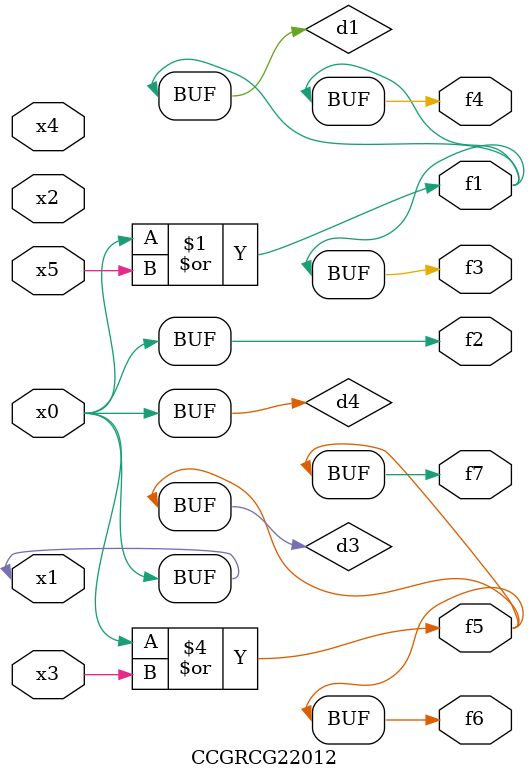
<source format=v>
module CCGRCG22012(
	input x0, x1, x2, x3, x4, x5,
	output f1, f2, f3, f4, f5, f6, f7
);

	wire d1, d2, d3, d4;

	or (d1, x0, x5);
	xnor (d2, x1, x4);
	or (d3, x0, x3);
	buf (d4, x0, x1);
	assign f1 = d1;
	assign f2 = d4;
	assign f3 = d1;
	assign f4 = d1;
	assign f5 = d3;
	assign f6 = d3;
	assign f7 = d3;
endmodule

</source>
